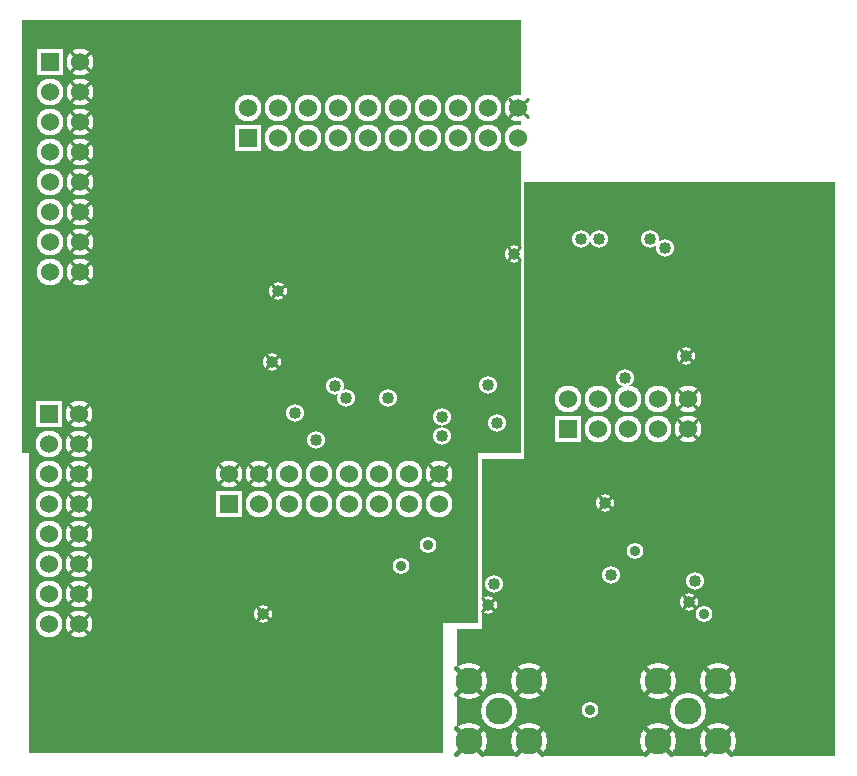
<source format=gbr>
G04 Title: RX Daughterboard, layergroup #3 *
G04 Creator: pcb-bin 1.99q *
G04 CreationDate: Thu Mar  2 20:16:19 2006 UTC *
G04 For: matt *
G04 Format: Gerber/RS-274X *
G04 PCB-Dimensions: 275000 250000 *
G04 PCB-Coordinate-Origin: lower left *
%MOIN*%
%FSLAX24Y24*%
G04 contains layers GND-sldr (1) *
%IPPOS*%
%ADD11C,0.0080*%
%ADD12C,0.0280*%
%ADD13C,0.0100*%
%ADD14C,0.0300*%
%ADD15R,0.0240X0.0240*%
%ADD16R,0.0440X0.0440*%
%ADD17R,0.0300X0.0300*%
%ADD18C,0.0060*%
%ADD19R,0.0200X0.0200*%
%ADD20R,0.0540X0.0540*%
%ADD21C,0.0200*%
%ADD22C,0.0500*%
%ADD23R,0.0500X0.0500*%
%ADD24R,0.0600X0.0600*%
%ADD25R,0.0660X0.0660*%
%ADD26R,0.0900X0.0900X0.0600X0.0600*%
%ADD27R,0.0900X0.0900*%
%ADD28C,0.0600*%
%ADD29C,0.0660*%
%AMTHERM1*7,0,0,0.0900,0.0600,0.0100,45*%
%ADD30THERM1*%
%ADD31C,0.0900X0.0600*%
%ADD32C,0.0900*%
%ADD33C,0.1200X0.0900*%
%ADD34C,0.1200*%
%ADD35C,0.0150*%
%AMTHERM2*7,0,0,0.1200,0.0900,0.0150,45*%
%ADD36THERM2*%
%ADD37C,0.0720*%
%ADD38C,0.0920X0.0720*%
%ADD39C,0.0920*%
%ADD40C,0.0240*%
%ADD41C,0.0340*%
%ADD42C,0.1320*%
%ADD43C,0.1100*%
%ADD44C,0.1520*%
%ADD45C,0.1520X0.1320*%
%ADD46C,0.0400*%
%ADD47C,0.0600X0.0400*%
%AMTHERM3*7,0,0,0.0600,0.0400,0.0100,45*%
%ADD48THERM3*%
%ADD49C,0.0360*%
%ADD50C,0.0560*%
%ADD51C,0.0560X0.0360*%
%AMTHERM4*7,0,0,0.0560,0.0360,0.0080,45*%
%ADD52THERM4*%
%LNGROUP_2*%
%LPD*%
G01X0Y0D02*
G54D13*G36*
X16900Y350D02*X27250D01*
Y19500D01*
X16900D01*
Y350D01*
G37*
G36*
X400Y4800D02*X15350D01*
Y10450D01*
X400D01*
Y4800D01*
G37*
G36*
X14650Y350D02*X15900D01*
Y4600D01*
X14650D01*
Y350D01*
G37*
G36*
X14200Y450D02*X400D01*
Y5200D01*
X14200D01*
Y450D01*
G37*
G36*
X15500Y350D02*X17650D01*
Y10250D01*
X15500D01*
Y350D01*
G37*
G36*
X150Y10450D02*X16800D01*
Y24900D01*
X150D01*
Y10450D01*
G37*
%LNCUTS*%
%LPC*%
G54D28*X22400Y5500D03*
X22600Y6200D03*
X19800Y6400D03*
G54D50*X20600Y7200D03*
X22900Y5100D03*
X19100Y1900D03*
G54D28*X22300Y13700D03*
X20250Y12950D03*
X21100Y17600D03*
X21600Y17300D03*
X19600Y8800D03*
X18800Y17600D03*
X19400D03*
G54D34*X17050Y850D03*
Y2850D03*
X21350D03*
Y850D03*
X23350D03*
X22350Y1850D03*
X23350Y2850D03*
G54D27*X18350Y11250D03*
G54D32*Y12250D03*
X19350Y11250D03*
Y12250D03*
X20350Y11250D03*
Y12250D03*
X21350Y11250D03*
Y12250D03*
X22350Y11250D03*
Y12250D03*
G54D28*X8200Y5100D03*
G54D50*X12800Y6700D03*
X13700Y7400D03*
G54D32*X13050Y9750D03*
X14050D03*
X7050D03*
X8050D03*
X9050D03*
X10050D03*
X11050D03*
X12050D03*
G54D27*X7050Y8750D03*
G54D32*X8050D03*
X9050D03*
X10050D03*
X11050D03*
X12050D03*
X13050D03*
X14050D03*
X1050Y10750D03*
X2050D03*
X1050Y9750D03*
X2050D03*
X1050Y8750D03*
X2050D03*
X1050Y7750D03*
X2050D03*
X1050Y6750D03*
X2050D03*
X1050Y5750D03*
X2050D03*
X1050Y4750D03*
X2050D03*
G54D34*X16050Y1850D03*
X15050Y2850D03*
Y850D03*
G54D28*X8200Y5100D03*
G54D32*X1050Y4750D03*
X2050D03*
G54D28*X15700Y5400D03*
X15900Y6100D03*
G54D34*X16050Y1850D03*
X15050Y2850D03*
X17050Y850D03*
Y2850D03*
X15050Y850D03*
G54D28*X9250Y11800D03*
X8500Y13500D03*
X9950Y10900D03*
X14149Y11660D03*
X10600Y12700D03*
X12350Y12300D03*
X10950D03*
X8700Y15850D03*
X14149Y11009D03*
X15679Y12730D03*
X15990Y11460D03*
X16550Y17100D03*
G54D27*X1100Y23500D03*
G54D32*X2100D03*
X1100Y22500D03*
X2100D03*
X1100Y21500D03*
X2100D03*
Y20500D03*
Y19500D03*
Y18500D03*
Y17500D03*
Y16500D03*
X1100Y20500D03*
Y19500D03*
Y18500D03*
Y17500D03*
Y16500D03*
G54D27*X1050Y11750D03*
G54D32*X2050D03*
X1050Y10750D03*
X2050D03*
G54D27*X7700Y20950D03*
G54D32*Y21950D03*
X8700Y20950D03*
Y21950D03*
X9700Y20950D03*
Y21950D03*
X10700Y20950D03*
Y21950D03*
X11700D03*
X12700D03*
X11700Y20950D03*
X12700D03*
X13700D03*
X14700D03*
X15700D03*
X16700D03*
X13700Y21950D03*
X14700D03*
X15700D03*
X16700D03*
%LNTRACKS*%
%LPD*%
G54D24*X1100Y23500D03*
G54D28*X2100D03*
G54D13*X1785Y23815D02*X2415Y23185D01*
X1785D02*X2415Y23815D01*
G54D28*X1100Y22500D03*
X2100D03*
G54D13*X1785Y22815D02*X2415Y22185D01*
X1785D02*X2415Y22815D01*
G54D28*X1100Y21500D03*
X2100D03*
G54D13*X1785Y21815D02*X2415Y21185D01*
X1785D02*X2415Y21815D01*
G54D28*X1100Y20500D03*
X2100D03*
G54D13*X1785Y20815D02*X2415Y20185D01*
X1785D02*X2415Y20815D01*
G54D28*X1100Y19500D03*
X2100D03*
G54D13*X1785Y19815D02*X2415Y19185D01*
X1785D02*X2415Y19815D01*
G54D28*X1100Y18500D03*
X2100D03*
G54D13*X1785Y18815D02*X2415Y18185D01*
X1785D02*X2415Y18815D01*
G54D28*X1100Y17500D03*
X2100D03*
G54D13*X1785Y17815D02*X2415Y17185D01*
X1785D02*X2415Y17815D01*
G54D28*X1100Y16500D03*
X2100D03*
G54D13*X1785Y16815D02*X2415Y16185D01*
X1785D02*X2415Y16815D01*
G54D24*X1050Y11750D03*
G54D28*X2050D03*
G54D13*X1735Y12065D02*X2365Y11435D01*
X1735D02*X2365Y12065D01*
G54D28*X1050Y10750D03*
X2050D03*
G54D13*X1735Y11065D02*X2365Y10435D01*
X1735D02*X2365Y11065D01*
G54D28*X1050Y9750D03*
X2050D03*
G54D13*X1735Y10065D02*X2365Y9435D01*
X1735D02*X2365Y10065D01*
G54D28*X1050Y8750D03*
X2050D03*
G54D13*X1735Y9065D02*X2365Y8435D01*
X1735D02*X2365Y9065D01*
G54D28*X1050Y7750D03*
X2050D03*
G54D13*X1735Y8065D02*X2365Y7435D01*
X1735D02*X2365Y8065D01*
G54D28*X1050Y6750D03*
X2050D03*
G54D13*X1735Y7065D02*X2365Y6435D01*
X1735D02*X2365Y7065D01*
G54D28*X1050Y5750D03*
X2050D03*
G54D13*X1735Y6065D02*X2365Y5435D01*
X1735D02*X2365Y6065D01*
G54D28*X1050Y4750D03*
X2050D03*
G54D13*X1735Y5065D02*X2365Y4435D01*
X1735D02*X2365Y5065D01*
G54D24*X7050Y8750D03*
G54D28*Y9750D03*
G54D13*X6735Y10065D02*X7365Y9435D01*
X6735D02*X7365Y10065D01*
G54D28*X8050Y8750D03*
Y9750D03*
G54D13*X7735Y10065D02*X8365Y9435D01*
X7735D02*X8365Y10065D01*
G54D28*X9050Y8750D03*
Y9750D03*
X10050Y8750D03*
Y9750D03*
X11050Y8750D03*
Y9750D03*
X12050Y8750D03*
Y9750D03*
X13050Y8750D03*
Y9750D03*
X14050Y8750D03*
Y9750D03*
G54D13*X13735Y10065D02*X14365Y9435D01*
X13735D02*X14365Y10065D01*
G54D32*X22350Y1850D03*
X21350Y2850D03*
G54D35*X20930Y3270D02*X21770Y2430D01*
X20930D02*X21770Y3270D01*
G54D32*X23350Y2850D03*
G54D35*X22930Y3270D02*X23770Y2430D01*
X22930D02*X23770Y3270D01*
G54D32*X21350Y850D03*
G54D35*X20930Y1270D02*X21770Y430D01*
X20930D02*X21770Y1270D01*
G54D32*X23350Y850D03*
G54D35*X22930Y1270D02*X23770Y430D01*
X22930D02*X23770Y1270D01*
G54D32*X16050Y1850D03*
X15050Y2850D03*
G54D35*X14630Y3270D02*X15470Y2430D01*
X14630D02*X15470Y3270D01*
G54D32*X17050Y2850D03*
G54D35*X16630Y3270D02*X17470Y2430D01*
X16630D02*X17470Y3270D01*
G54D32*X15050Y850D03*
G54D35*X14630Y1270D02*X15470Y430D01*
X14630D02*X15470Y1270D01*
G54D32*X17050Y850D03*
G54D35*X16630Y1270D02*X17470Y430D01*
X16630D02*X17470Y1270D01*
G54D24*X18350Y11250D03*
G54D28*Y12250D03*
X19350Y11250D03*
Y12250D03*
X20350Y11250D03*
Y12250D03*
X21350Y11250D03*
Y12250D03*
X22350Y11250D03*
G54D13*X22035Y11565D02*X22665Y10935D01*
X22035D02*X22665Y11565D01*
G54D28*X22350Y12250D03*
G54D13*X22035Y12565D02*X22665Y11935D01*
X22035D02*X22665Y12565D01*
G54D24*X7700Y20950D03*
G54D28*Y21950D03*
X8700Y20950D03*
Y21950D03*
X9700Y20950D03*
Y21950D03*
X10700Y20950D03*
Y21950D03*
X11700Y20950D03*
Y21950D03*
X12700Y20950D03*
Y21950D03*
X13700Y20950D03*
Y21950D03*
X14700Y20950D03*
Y21950D03*
X15700Y20950D03*
Y21950D03*
X16700Y20950D03*
Y21950D03*
G54D13*X16385Y22265D02*X17015Y21635D01*
X16385D02*X17015Y22265D01*
G54D46*X9250Y11800D03*
X8200Y5100D03*
G54D13*X7990Y5310D02*X8410Y4890D01*
X7990D02*X8410Y5310D01*
G54D46*X22300Y13700D03*
G54D13*X22090Y13910D02*X22510Y13490D01*
X22090D02*X22510Y13910D01*
G54D46*X14149Y11660D03*
X8500Y13500D03*
G54D13*X8290Y13710D02*X8710Y13290D01*
X8290D02*X8710Y13710D01*
G54D46*X20250Y12950D03*
X10600Y12700D03*
X14149Y11009D03*
X16550Y17100D03*
G54D13*X16340Y17310D02*X16760Y16890D01*
X16340D02*X16760Y17310D01*
G54D46*X15679Y12730D03*
X15990Y11460D03*
X12350Y12300D03*
X9950Y10900D03*
X10950Y12300D03*
X8700Y15850D03*
G54D13*X8490Y16060D02*X8910Y15640D01*
X8490D02*X8910Y16060D01*
G54D46*X18800Y17600D03*
X19400D03*
X21100D03*
X21600Y17300D03*
X19600Y8800D03*
G54D13*X19390Y9010D02*X19810Y8590D01*
X19390D02*X19810Y9010D01*
G54D46*X22400Y5500D03*
G54D13*X22190Y5710D02*X22610Y5290D01*
X22190D02*X22610Y5710D01*
G54D46*X15700Y5400D03*
G54D13*X15490Y5610D02*X15910Y5190D01*
X15490D02*X15910Y5610D01*
G54D46*X15900Y6100D03*
X22600Y6200D03*
X19800Y6400D03*
G54D49*X20600Y7200D03*
X22900Y5100D03*
X12800Y6700D03*
X13700Y7400D03*
X19100Y1900D03*
M02*

</source>
